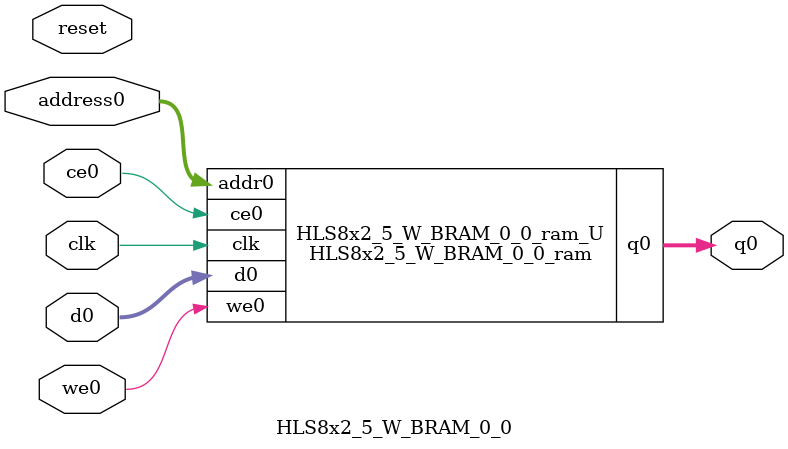
<source format=v>

`timescale 1 ns / 1 ps
module HLS8x2_5_W_BRAM_0_0_ram (addr0, ce0, d0, we0, q0,  clk);

parameter DWIDTH = 16;
parameter AWIDTH = 4;
parameter MEM_SIZE = 9;

input[AWIDTH-1:0] addr0;
input ce0;
input[DWIDTH-1:0] d0;
input we0;
output reg[DWIDTH-1:0] q0;
input clk;

(* ram_style = "distributed" *)reg [DWIDTH-1:0] ram[0:MEM_SIZE-1];




always @(posedge clk)  
begin 
    if (ce0) 
    begin
        if (we0) 
        begin 
            ram[addr0] <= d0; 
            q0 <= d0;
        end 
        else 
            q0 <= ram[addr0];
    end
end


endmodule


`timescale 1 ns / 1 ps
module HLS8x2_5_W_BRAM_0_0(
    reset,
    clk,
    address0,
    ce0,
    we0,
    d0,
    q0);

parameter DataWidth = 32'd16;
parameter AddressRange = 32'd9;
parameter AddressWidth = 32'd4;
input reset;
input clk;
input[AddressWidth - 1:0] address0;
input ce0;
input we0;
input[DataWidth - 1:0] d0;
output[DataWidth - 1:0] q0;



HLS8x2_5_W_BRAM_0_0_ram HLS8x2_5_W_BRAM_0_0_ram_U(
    .clk( clk ),
    .addr0( address0 ),
    .ce0( ce0 ),
    .d0( d0 ),
    .we0( we0 ),
    .q0( q0 ));

endmodule


</source>
